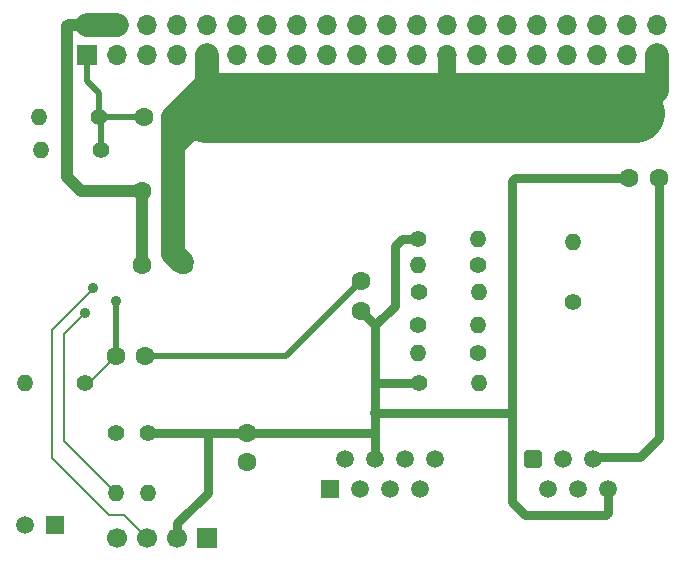
<source format=gbl>
G04 #@! TF.GenerationSoftware,KiCad,Pcbnew,9.0.1*
G04 #@! TF.CreationDate,2025-06-21T16:03:48-05:00*
G04 #@! TF.ProjectId,rpi 1,72706920-312e-46b6-9963-61645f706362,rev?*
G04 #@! TF.SameCoordinates,Original*
G04 #@! TF.FileFunction,Copper,L2,Bot*
G04 #@! TF.FilePolarity,Positive*
%FSLAX46Y46*%
G04 Gerber Fmt 4.6, Leading zero omitted, Abs format (unit mm)*
G04 Created by KiCad (PCBNEW 9.0.1) date 2025-06-21 16:03:48*
%MOMM*%
%LPD*%
G01*
G04 APERTURE LIST*
G04 Aperture macros list*
%AMRoundRect*
0 Rectangle with rounded corners*
0 $1 Rounding radius*
0 $2 $3 $4 $5 $6 $7 $8 $9 X,Y pos of 4 corners*
0 Add a 4 corners polygon primitive as box body*
4,1,4,$2,$3,$4,$5,$6,$7,$8,$9,$2,$3,0*
0 Add four circle primitives for the rounded corners*
1,1,$1+$1,$2,$3*
1,1,$1+$1,$4,$5*
1,1,$1+$1,$6,$7*
1,1,$1+$1,$8,$9*
0 Add four rect primitives between the rounded corners*
20,1,$1+$1,$2,$3,$4,$5,0*
20,1,$1+$1,$4,$5,$6,$7,0*
20,1,$1+$1,$6,$7,$8,$9,0*
20,1,$1+$1,$8,$9,$2,$3,0*%
G04 Aperture macros list end*
G04 #@! TA.AperFunction,ComponentPad*
%ADD10C,1.400000*%
G04 #@! TD*
G04 #@! TA.AperFunction,ComponentPad*
%ADD11O,1.400000X1.400000*%
G04 #@! TD*
G04 #@! TA.AperFunction,ComponentPad*
%ADD12C,1.600000*%
G04 #@! TD*
G04 #@! TA.AperFunction,ComponentPad*
%ADD13RoundRect,0.250000X-0.510000X-0.510000X0.510000X-0.510000X0.510000X0.510000X-0.510000X0.510000X0*%
G04 #@! TD*
G04 #@! TA.AperFunction,ComponentPad*
%ADD14C,1.520000*%
G04 #@! TD*
G04 #@! TA.AperFunction,ComponentPad*
%ADD15R,1.700000X1.700000*%
G04 #@! TD*
G04 #@! TA.AperFunction,ComponentPad*
%ADD16C,1.700000*%
G04 #@! TD*
G04 #@! TA.AperFunction,ComponentPad*
%ADD17C,1.508000*%
G04 #@! TD*
G04 #@! TA.AperFunction,ComponentPad*
%ADD18R,1.508000X1.508000*%
G04 #@! TD*
G04 #@! TA.AperFunction,ComponentPad*
%ADD19R,1.500000X1.500000*%
G04 #@! TD*
G04 #@! TA.AperFunction,ComponentPad*
%ADD20C,1.500000*%
G04 #@! TD*
G04 #@! TA.AperFunction,ComponentPad*
%ADD21O,1.700000X1.700000*%
G04 #@! TD*
G04 #@! TA.AperFunction,ViaPad*
%ADD22C,0.900000*%
G04 #@! TD*
G04 #@! TA.AperFunction,Conductor*
%ADD23C,2.000000*%
G04 #@! TD*
G04 #@! TA.AperFunction,Conductor*
%ADD24C,0.200000*%
G04 #@! TD*
G04 #@! TA.AperFunction,Conductor*
%ADD25C,1.500000*%
G04 #@! TD*
G04 #@! TA.AperFunction,Conductor*
%ADD26C,5.000000*%
G04 #@! TD*
G04 #@! TA.AperFunction,Conductor*
%ADD27C,1.000000*%
G04 #@! TD*
G04 #@! TA.AperFunction,Conductor*
%ADD28C,0.500000*%
G04 #@! TD*
G04 #@! TA.AperFunction,Conductor*
%ADD29C,0.800000*%
G04 #@! TD*
G04 #@! TA.AperFunction,Conductor*
%ADD30C,0.600000*%
G04 #@! TD*
G04 APERTURE END LIST*
D10*
X149500000Y-69620000D03*
D11*
X149500000Y-64540000D03*
D12*
X121850000Y-80725000D03*
X121850000Y-83225000D03*
X154240000Y-59120000D03*
X156740000Y-59120000D03*
D10*
X113500000Y-80710000D03*
D11*
X113500000Y-85790000D03*
D10*
X109340000Y-54000000D03*
D11*
X104260000Y-54000000D03*
D13*
X146100000Y-82910000D03*
D14*
X147370000Y-85450000D03*
X148640000Y-82910000D03*
X149910000Y-85450000D03*
X151180000Y-82910000D03*
X152450000Y-85450000D03*
D12*
X110750000Y-74250000D03*
X113250000Y-74250000D03*
X113000000Y-60250000D03*
X115500000Y-60250000D03*
D15*
X118480000Y-89600000D03*
D16*
X115940000Y-89600000D03*
X113400000Y-89600000D03*
X110860000Y-89600000D03*
D10*
X136360000Y-71630000D03*
D11*
X141440000Y-71630000D03*
D10*
X141440000Y-74010000D03*
D11*
X136360000Y-74010000D03*
D10*
X141470000Y-66500000D03*
D11*
X136390000Y-66500000D03*
D12*
X113150000Y-54000000D03*
X115650000Y-54000000D03*
D10*
X108165000Y-76550000D03*
D11*
X103085000Y-76550000D03*
D10*
X136470000Y-76550000D03*
D11*
X141550000Y-76550000D03*
D10*
X136420000Y-68780000D03*
D11*
X141500000Y-68780000D03*
D10*
X110750000Y-80750000D03*
D11*
X110750000Y-85830000D03*
D12*
X131525000Y-70400000D03*
X131525000Y-67900000D03*
D10*
X109480000Y-56800000D03*
D11*
X104400000Y-56800000D03*
D12*
X113000000Y-66500000D03*
X116500000Y-66500000D03*
D17*
X103100000Y-88560000D03*
D18*
X105640000Y-88560000D03*
D10*
X136390000Y-64310000D03*
D11*
X141470000Y-64310000D03*
D19*
X128917500Y-85450000D03*
D20*
X130187500Y-82910000D03*
X131457500Y-85450000D03*
X132727500Y-82910000D03*
X133997500Y-85450000D03*
X135267500Y-82910000D03*
X136537500Y-85450000D03*
X137807500Y-82910000D03*
D15*
X108370000Y-48770000D03*
D21*
X108370000Y-46230000D03*
X110910000Y-48770000D03*
X110910000Y-46230000D03*
X113450000Y-48770000D03*
X113450000Y-46230000D03*
X115990000Y-48770000D03*
X115990000Y-46230000D03*
X118530000Y-48770000D03*
X118530000Y-46230000D03*
X121070000Y-48770000D03*
X121070000Y-46230000D03*
X123610000Y-48770000D03*
X123610000Y-46230000D03*
X126150000Y-48770000D03*
X126150000Y-46230000D03*
X128690000Y-48770000D03*
X128690000Y-46230000D03*
X131230000Y-48770000D03*
X131230000Y-46230000D03*
X133770000Y-48770000D03*
X133770000Y-46230000D03*
X136310000Y-48770000D03*
X136310000Y-46230000D03*
X138850000Y-48770000D03*
X138850000Y-46230000D03*
X141390000Y-48770000D03*
X141390000Y-46230000D03*
X143930000Y-48770000D03*
X143930000Y-46230000D03*
X146470000Y-48770000D03*
X146470000Y-46230000D03*
X149010000Y-48770000D03*
X149010000Y-46230000D03*
X151550000Y-48770000D03*
X151550000Y-46230000D03*
X154090000Y-48770000D03*
X154090000Y-46230000D03*
X156630000Y-48770000D03*
X156630000Y-46230000D03*
D22*
X110825000Y-69600000D03*
X132750000Y-79050000D03*
X108814969Y-68486574D03*
X108130000Y-70610000D03*
D23*
X118750000Y-51250000D02*
X151300000Y-51250000D01*
X118750000Y-51250000D02*
X118530000Y-51030000D01*
X115650000Y-56425000D02*
X115650000Y-65550000D01*
X151300000Y-51250000D02*
X156010000Y-51250000D01*
D24*
X152900000Y-51250000D02*
X151300000Y-51250000D01*
D23*
X156630000Y-50630000D02*
X156630000Y-48770000D01*
X118400000Y-51250000D02*
X115650000Y-54000000D01*
X156630000Y-51780000D02*
X154735000Y-53675000D01*
X115650000Y-65550000D02*
X116400000Y-66300000D01*
X156630000Y-50630000D02*
X156630000Y-51780000D01*
X156010000Y-51250000D02*
X156630000Y-50630000D01*
X118530000Y-51030000D02*
X118530000Y-48770000D01*
X115650000Y-56425000D02*
X116800000Y-55275000D01*
X118750000Y-51250000D02*
X118400000Y-51250000D01*
D25*
X138850000Y-48770000D02*
X138850000Y-51100000D01*
D23*
X116800000Y-55275000D02*
X117550000Y-54525000D01*
X115650000Y-54000000D02*
X115650000Y-56425000D01*
D26*
X154735000Y-53675000D02*
X118400000Y-53675000D01*
D27*
X113000000Y-60250000D02*
X113000000Y-66500000D01*
X106675000Y-46325000D02*
X106675000Y-59075000D01*
X108370000Y-46230000D02*
X106830000Y-46230000D01*
X106800000Y-46200000D02*
X106675000Y-46325000D01*
D23*
X108370000Y-46230000D02*
X110910000Y-46230000D01*
D27*
X106675000Y-59075000D02*
X107850000Y-60250000D01*
X107850000Y-60250000D02*
X113000000Y-60250000D01*
D28*
X109480000Y-56800000D02*
X109480000Y-54140000D01*
X108370000Y-50970000D02*
X108370000Y-48770000D01*
X109480000Y-54140000D02*
X109340000Y-54000000D01*
X109340000Y-54000000D02*
X109340000Y-51940000D01*
X109340000Y-54000000D02*
X113150000Y-54000000D01*
X109340000Y-51940000D02*
X108370000Y-50970000D01*
D29*
X151180000Y-82910000D02*
X151180000Y-82780000D01*
X155120000Y-82780000D02*
X156740000Y-81160000D01*
X151180000Y-82780000D02*
X155120000Y-82780000D01*
D28*
X125175000Y-74250000D02*
X131525000Y-67900000D01*
X113250000Y-74250000D02*
X125175000Y-74250000D01*
D29*
X156740000Y-81160000D02*
X156740000Y-59120000D01*
X115940000Y-89600000D02*
X115940000Y-88397919D01*
X144275000Y-79025000D02*
X144275000Y-59440499D01*
X113500000Y-80710000D02*
X118543960Y-80710000D01*
X135015000Y-64310000D02*
X136390000Y-64310000D01*
X118543960Y-80710000D02*
X118543960Y-85753960D01*
X132750000Y-80677500D02*
X132750000Y-76690000D01*
X118543960Y-80710000D02*
X118558960Y-80725000D01*
X132727500Y-80700000D02*
X132750000Y-80677500D01*
X134380000Y-64945000D02*
X135015000Y-64310000D01*
X152450000Y-85450000D02*
X152450000Y-87550000D01*
X132890000Y-76550000D02*
X136470000Y-76550000D01*
X132750000Y-76690000D02*
X132890000Y-76550000D01*
D28*
X110750000Y-69675000D02*
X110825000Y-69600000D01*
D30*
X118543960Y-85753960D02*
X118543960Y-85793960D01*
D29*
X115940000Y-88397919D02*
X118543960Y-85793960D01*
X144595499Y-59120000D02*
X154240000Y-59120000D01*
X144275000Y-59440499D02*
X144595499Y-59120000D01*
X132702500Y-80725000D02*
X132727500Y-80700000D01*
X152300000Y-87700000D02*
X145400000Y-87700000D01*
X132750000Y-71625000D02*
X134380000Y-69995000D01*
D24*
X108800000Y-76200000D02*
X108070000Y-76200000D01*
D29*
X121850000Y-80725000D02*
X132702500Y-80725000D01*
D24*
X152450000Y-87550000D02*
X152300000Y-87700000D01*
D28*
X110750000Y-74250000D02*
X110750000Y-69675000D01*
D29*
X132727500Y-82960000D02*
X132727500Y-80700000D01*
X132750000Y-76690000D02*
X132750000Y-71625000D01*
X132750000Y-71625000D02*
X131525000Y-70400000D01*
D24*
X110750000Y-74250000D02*
X108800000Y-76200000D01*
D29*
X118543960Y-85793960D02*
X118543960Y-80931040D01*
X134380000Y-69995000D02*
X134380000Y-64945000D01*
X145400000Y-87700000D02*
X144275000Y-86575000D01*
X118558960Y-80725000D02*
X121850000Y-80725000D01*
X132775000Y-79025000D02*
X132750000Y-79050000D01*
X144275000Y-86575000D02*
X144275000Y-79025000D01*
X144275000Y-79025000D02*
X132775000Y-79025000D01*
D24*
X113400000Y-89600000D02*
X111500000Y-87700000D01*
X110225000Y-87700000D02*
X105375000Y-82850000D01*
X111500000Y-87700000D02*
X110225000Y-87700000D01*
X105375000Y-71995000D02*
X108814969Y-68555031D01*
X105375000Y-82850000D02*
X105375000Y-71995000D01*
X108814969Y-68555031D02*
X108814969Y-68486574D01*
X106350000Y-72390000D02*
X108130000Y-70610000D01*
X106350000Y-81430000D02*
X106350000Y-72390000D01*
X110750000Y-85830000D02*
X106350000Y-81430000D01*
M02*

</source>
